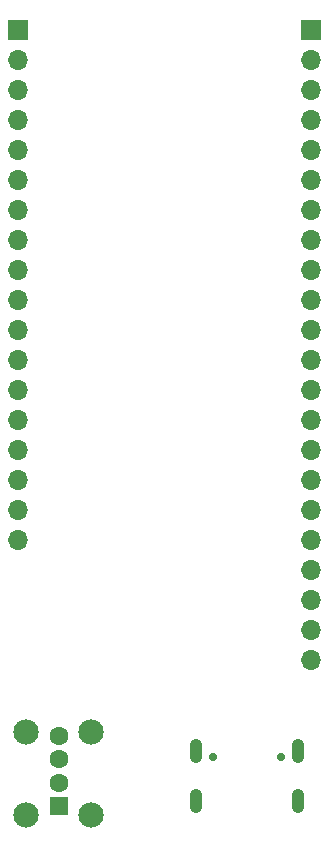
<source format=gbr>
%TF.GenerationSoftware,KiCad,Pcbnew,5.1.9-73d0e3b20d~88~ubuntu20.04.1*%
%TF.CreationDate,2021-03-20T23:28:39+05:30*%
%TF.ProjectId,ESP32-S2,45535033-322d-4533-922e-6b696361645f,rev?*%
%TF.SameCoordinates,Original*%
%TF.FileFunction,Soldermask,Bot*%
%TF.FilePolarity,Negative*%
%FSLAX46Y46*%
G04 Gerber Fmt 4.6, Leading zero omitted, Abs format (unit mm)*
G04 Created by KiCad (PCBNEW 5.1.9-73d0e3b20d~88~ubuntu20.04.1) date 2021-03-20 23:28:39*
%MOMM*%
%LPD*%
G01*
G04 APERTURE LIST*
%ADD10O,1.700000X1.700000*%
%ADD11R,1.700000X1.700000*%
%ADD12C,2.150000*%
%ADD13R,1.600000X1.600000*%
%ADD14C,1.600000*%
%ADD15C,0.700000*%
%ADD16O,1.050000X2.100000*%
G04 APERTURE END LIST*
D10*
X163240000Y-122015000D03*
X163240000Y-119475000D03*
X163240000Y-116935000D03*
X163240000Y-114395000D03*
X163240000Y-111855000D03*
X163240000Y-109315000D03*
X163240000Y-106775000D03*
X163240000Y-104235000D03*
X163240000Y-101695000D03*
X163240000Y-99155000D03*
X163240000Y-96615000D03*
X163240000Y-94075000D03*
X163240000Y-91535000D03*
X163240000Y-88995000D03*
X163240000Y-86455000D03*
X163240000Y-83915000D03*
X163240000Y-81375000D03*
X163240000Y-78835000D03*
X163240000Y-76295000D03*
X163240000Y-73755000D03*
X163240000Y-71215000D03*
D11*
X163240000Y-68675000D03*
D12*
X139180000Y-135130000D03*
X139180000Y-128130000D03*
X144620000Y-128130000D03*
X144620000Y-135130000D03*
D13*
X141900000Y-134400000D03*
D14*
X141900000Y-132400000D03*
X141900000Y-130400000D03*
X141900000Y-128400000D03*
D10*
X138450000Y-111855000D03*
X138450000Y-109315000D03*
X138450000Y-106775000D03*
X138450000Y-104235000D03*
X138450000Y-101695000D03*
X138450000Y-99155000D03*
X138450000Y-96615000D03*
X138450000Y-94075000D03*
X138450000Y-91535000D03*
X138450000Y-88995000D03*
X138450000Y-86455000D03*
X138450000Y-83915000D03*
X138450000Y-81375000D03*
X138450000Y-78835000D03*
X138450000Y-76295000D03*
X138450000Y-73755000D03*
X138450000Y-71215000D03*
D11*
X138450000Y-68675000D03*
D15*
X160750000Y-130250000D03*
X154970000Y-130250000D03*
D16*
X162180000Y-133900000D03*
X153540000Y-133900000D03*
X162180000Y-129720000D03*
X153540000Y-129720000D03*
M02*

</source>
